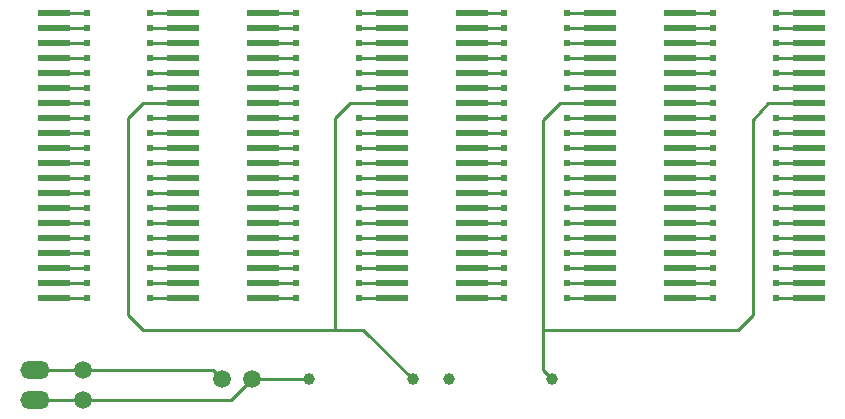
<source format=gtl>
G04 Layer: TopLayer*
G04 EasyEDA v6.5.22, 2023-01-31 16:09:17*
G04 6fe1b45eb15a465e87536e095b6672f0,ba5b2474b43344648d466766df5634d0,10*
G04 Gerber Generator version 0.2*
G04 Scale: 100 percent, Rotated: No, Reflected: No *
G04 Dimensions in millimeters *
G04 leading zeros omitted , absolute positions ,4 integer and 5 decimal *
%FSLAX45Y45*%
%MOMM*%

%AMMACRO1*4,1,4,-1.389,-0.254,-1.389,0.254,1.389,0.254,1.389,-0.254,-1.389,-0.254,0*%
%ADD10C,0.2540*%
%ADD11MACRO1*%
%ADD12O,2.4999949999999997X1.499997*%
%ADD13C,1.0000*%
%ADD14C,1.5000*%
%ADD15C,0.6096*%
%ADD16C,0.0120*%

%LPD*%
D10*
X444500Y3441700D02*
G01*
X723900Y3441700D01*
X444500Y3314700D02*
G01*
X723900Y3314700D01*
X444500Y3187700D02*
G01*
X723900Y3187700D01*
X444500Y3060700D02*
G01*
X723900Y3060700D01*
X444500Y2933700D02*
G01*
X723900Y2933700D01*
X723900Y2806700D02*
G01*
X444500Y2806700D01*
X444500Y2679700D02*
G01*
X723900Y2679700D01*
X723900Y2552700D02*
G01*
X444500Y2552700D01*
X444500Y2425700D02*
G01*
X723900Y2425700D01*
X723900Y2298700D02*
G01*
X444500Y2298700D01*
X444500Y2171700D02*
G01*
X723900Y2171700D01*
X723900Y2044700D02*
G01*
X444500Y2044700D01*
X444500Y1917700D02*
G01*
X723900Y1917700D01*
X1535074Y1917700D02*
G01*
X1257300Y1917700D01*
X1257300Y2044700D02*
G01*
X1535074Y2044700D01*
X1257300Y2171700D02*
G01*
X1535074Y2171700D01*
X1535074Y2298700D02*
G01*
X1257300Y2298700D01*
X1257300Y2425700D02*
G01*
X1535074Y2425700D01*
X1257300Y2552700D02*
G01*
X1535074Y2552700D01*
X1257300Y2806700D02*
G01*
X1535074Y2806700D01*
X1257300Y2933700D02*
G01*
X1535074Y2933700D01*
X1257300Y3060700D02*
G01*
X1535074Y3060700D01*
X1535074Y3187700D02*
G01*
X1257300Y3187700D01*
X1257300Y3314700D02*
G01*
X1535074Y3314700D01*
X1257300Y3441700D02*
G01*
X1535074Y3441700D01*
X444500Y1790700D02*
G01*
X723900Y1790700D01*
X444500Y1663700D02*
G01*
X723900Y1663700D01*
X444500Y1536700D02*
G01*
X723900Y1536700D01*
X444500Y1409700D02*
G01*
X723900Y1409700D01*
X444500Y1282700D02*
G01*
X723900Y1282700D01*
X444500Y1155700D02*
G01*
X723900Y1155700D01*
X444500Y1028700D02*
G01*
X723900Y1028700D01*
X1535074Y1028700D02*
G01*
X1257300Y1028700D01*
X1535074Y1155700D02*
G01*
X1257300Y1155700D01*
X1535074Y1282700D02*
G01*
X1257300Y1282700D01*
X1535074Y1409700D02*
G01*
X1257300Y1409700D01*
X1535074Y1536700D02*
G01*
X1257300Y1536700D01*
X1535074Y1663700D02*
G01*
X1257300Y1663700D01*
X1535074Y1790700D02*
G01*
X1257300Y1790700D01*
X2211425Y3314700D02*
G01*
X2489200Y3314700D01*
X2211425Y3187700D02*
G01*
X2489200Y3187700D01*
X2211425Y3060700D02*
G01*
X2489200Y3060700D01*
X2211425Y2933700D02*
G01*
X2489200Y2933700D01*
X2211425Y2806700D02*
G01*
X2489200Y2806700D01*
X2211425Y2679700D02*
G01*
X2489200Y2679700D01*
X2211425Y2552700D02*
G01*
X2489200Y2552700D01*
X2211425Y2425700D02*
G01*
X2489200Y2425700D01*
X2211425Y2298700D02*
G01*
X2489200Y2298700D01*
X2211425Y2171700D02*
G01*
X2489200Y2171700D01*
X3022600Y2806700D02*
G01*
X3302000Y2806700D01*
X3302000Y2933700D02*
G01*
X3022600Y2933700D01*
X3022600Y3060700D02*
G01*
X3302000Y3060700D01*
X3022600Y3187700D02*
G01*
X3302000Y3187700D01*
X3022600Y3314700D02*
G01*
X3302000Y3314700D01*
X3022600Y3441700D02*
G01*
X3302000Y3441700D01*
X3022600Y2552700D02*
G01*
X3302000Y2552700D01*
X3022600Y2425700D02*
G01*
X3302000Y2425700D01*
X3022600Y2298700D02*
G01*
X3302000Y2298700D01*
X3022600Y2171700D02*
G01*
X3302000Y2171700D01*
X3022600Y2044700D02*
G01*
X3302000Y2044700D01*
X3022600Y1917700D02*
G01*
X3302000Y1917700D01*
X3022600Y1790700D02*
G01*
X3302000Y1790700D01*
X3022600Y1663700D02*
G01*
X3302000Y1663700D01*
X3022600Y1536700D02*
G01*
X3302000Y1536700D01*
X3022600Y1409700D02*
G01*
X3302000Y1409700D01*
X3022600Y1282700D02*
G01*
X3302000Y1282700D01*
X2489200Y2044700D02*
G01*
X2211425Y2044700D01*
X2211425Y1917700D02*
G01*
X2489200Y1917700D01*
X2489200Y1790700D02*
G01*
X2211425Y1790700D01*
X2489200Y1663700D02*
G01*
X2211425Y1663700D01*
X2489200Y1536700D02*
G01*
X2211425Y1536700D01*
X2489200Y1409700D02*
G01*
X2211425Y1409700D01*
X2489200Y1282700D02*
G01*
X2211425Y1282700D01*
X2489200Y1155700D02*
G01*
X2211425Y1155700D01*
X2489200Y1028700D02*
G01*
X2211425Y1028700D01*
X3022600Y1155700D02*
G01*
X3302000Y1155700D01*
X3022600Y1028700D02*
G01*
X3302000Y1028700D01*
X3976725Y3441700D02*
G01*
X4254500Y3441700D01*
X4254500Y3314700D02*
G01*
X3976725Y3314700D01*
X3976725Y3187700D02*
G01*
X4254500Y3187700D01*
X4254500Y3060700D02*
G01*
X3976725Y3060700D01*
X4254500Y2933700D02*
G01*
X3976725Y2933700D01*
X4254500Y2806700D02*
G01*
X3976725Y2806700D01*
X4254500Y2679700D02*
G01*
X3976725Y2679700D01*
X4254500Y2552700D02*
G01*
X3976725Y2552700D01*
X4254500Y2425700D02*
G01*
X3976725Y2425700D01*
X4254500Y2298700D02*
G01*
X3976725Y2298700D01*
X4254500Y2171700D02*
G01*
X3976725Y2171700D01*
X4254500Y2044700D02*
G01*
X3976725Y2044700D01*
X4254500Y1917700D02*
G01*
X3976725Y1917700D01*
X4254500Y1790700D02*
G01*
X3976725Y1790700D01*
X4254500Y1663700D02*
G01*
X3976725Y1663700D01*
X4254500Y1536700D02*
G01*
X3976725Y1536700D01*
X4254500Y1409700D02*
G01*
X3976725Y1409700D01*
X4254500Y1282700D02*
G01*
X3976725Y1282700D01*
X4254500Y1155700D02*
G01*
X3976725Y1155700D01*
X4254500Y1028700D02*
G01*
X3976725Y1028700D01*
X5067300Y1028700D02*
G01*
X4787900Y1028700D01*
X4787900Y1155700D02*
G01*
X5067300Y1155700D01*
X4787900Y1282700D02*
G01*
X5067300Y1282700D01*
X4787900Y1409700D02*
G01*
X5067300Y1409700D01*
X4787900Y1536700D02*
G01*
X5067300Y1536700D01*
X4787900Y1663700D02*
G01*
X5067300Y1663700D01*
X4787900Y1790700D02*
G01*
X5067300Y1790700D01*
X4787900Y1917700D02*
G01*
X5067300Y1917700D01*
X4787900Y2044700D02*
G01*
X5067300Y2044700D01*
X4787900Y2171700D02*
G01*
X5067300Y2171700D01*
X4787900Y2298700D02*
G01*
X5067300Y2298700D01*
X4787900Y2425700D02*
G01*
X5067300Y2425700D01*
X4787900Y2552700D02*
G01*
X5067300Y2552700D01*
X4787900Y2806700D02*
G01*
X5067300Y2806700D01*
X4787900Y2933700D02*
G01*
X5067300Y2933700D01*
X4787900Y3060700D02*
G01*
X5067300Y3060700D01*
X4787900Y3187700D02*
G01*
X5067300Y3187700D01*
X4787900Y3314700D02*
G01*
X5067300Y3314700D01*
X4787900Y3441700D02*
G01*
X5067300Y3441700D01*
X5742025Y3441700D02*
G01*
X6019800Y3441700D01*
X6019800Y3314700D02*
G01*
X5742025Y3314700D01*
X6019800Y3187700D02*
G01*
X5742025Y3187700D01*
X6019800Y3060700D02*
G01*
X5742025Y3060700D01*
X6019800Y2933700D02*
G01*
X5742025Y2933700D01*
X6019800Y2806700D02*
G01*
X5742025Y2806700D01*
X6019800Y2679700D02*
G01*
X5742025Y2679700D01*
X6019800Y2552700D02*
G01*
X5742025Y2552700D01*
X6019800Y2425700D02*
G01*
X5742025Y2425700D01*
X6019800Y2298700D02*
G01*
X5742025Y2298700D01*
X6019800Y2171700D02*
G01*
X5742025Y2171700D01*
X6019800Y2044700D02*
G01*
X5742025Y2044700D01*
X6019800Y1917700D02*
G01*
X5742025Y1917700D01*
X6019800Y1790700D02*
G01*
X5742025Y1790700D01*
X6019800Y1663700D02*
G01*
X5742025Y1663700D01*
X6019800Y1536700D02*
G01*
X5742025Y1536700D01*
X6019800Y1409700D02*
G01*
X5742025Y1409700D01*
X6019800Y1282700D02*
G01*
X5742025Y1282700D01*
X6019800Y1155700D02*
G01*
X5742025Y1155700D01*
X6019800Y1028700D02*
G01*
X5742025Y1028700D01*
X6553200Y1028700D02*
G01*
X6832600Y1028700D01*
X6553200Y1155700D02*
G01*
X6832600Y1155700D01*
X6553200Y1282700D02*
G01*
X6832600Y1282700D01*
X6553200Y1409700D02*
G01*
X6832600Y1409700D01*
X6553200Y1536700D02*
G01*
X6832600Y1536700D01*
X6832600Y1663700D02*
G01*
X6553200Y1663700D01*
X6553200Y1790700D02*
G01*
X6832600Y1790700D01*
X6553200Y1917700D02*
G01*
X6832600Y1917700D01*
X6553200Y2044700D02*
G01*
X6832600Y2044700D01*
X6553200Y2171700D02*
G01*
X6832600Y2171700D01*
X6553200Y2298700D02*
G01*
X6832600Y2298700D01*
X6553200Y2425700D02*
G01*
X6832600Y2425700D01*
X6553200Y2552700D02*
G01*
X6832600Y2552700D01*
X6553200Y2806700D02*
G01*
X6832600Y2806700D01*
X6553200Y2933700D02*
G01*
X6832600Y2933700D01*
X6553200Y3060700D02*
G01*
X6832600Y3060700D01*
X6553200Y3187700D02*
G01*
X6832600Y3187700D01*
X6553200Y3314700D02*
G01*
X6832600Y3314700D01*
X6553200Y3441700D02*
G01*
X6832600Y3441700D01*
X2489200Y3441700D02*
G01*
X2211425Y3441700D01*
X5067300Y2679700D02*
G01*
X4724400Y2679700D01*
X4584700Y2540000D01*
X4584700Y762000D01*
X6235700Y762000D01*
X6362700Y889000D01*
X6362700Y2540000D01*
X6489700Y2679700D01*
X6832600Y2679700D01*
X4584700Y762000D02*
G01*
X4584700Y419100D01*
X4660900Y342900D01*
X2603500Y342900D02*
G01*
X2120900Y342900D01*
X685800Y419100D02*
G01*
X1790700Y419100D01*
X1866900Y342900D01*
X685800Y165100D02*
G01*
X1943100Y165100D01*
X2120900Y342900D01*
X685800Y165100D02*
G01*
X279400Y165100D01*
X685800Y419100D02*
G01*
X279400Y419100D01*
X3302000Y2679700D02*
G01*
X2946400Y2679700D01*
X2819400Y2552700D01*
X2819400Y762000D01*
X1193800Y762000D01*
X1066800Y889000D01*
X1066800Y2552700D01*
X1193800Y2679700D01*
X1535074Y2679700D01*
X3479800Y342900D02*
G01*
X3060700Y762000D01*
X2819400Y762000D01*
D11*
G01*
X1535087Y2679700D03*
G01*
X3302012Y2679700D03*
G01*
X5067312Y2679700D03*
G01*
X6832612Y2679700D03*
G01*
X444487Y3441700D03*
G01*
X444487Y3314700D03*
G01*
X444487Y3187700D03*
G01*
X444487Y3060700D03*
G01*
X444487Y2933700D03*
G01*
X444487Y2806700D03*
G01*
X444487Y2679700D03*
G01*
X444487Y2552700D03*
G01*
X444487Y2425700D03*
G01*
X444487Y2298700D03*
G01*
X444487Y2171700D03*
G01*
X444487Y2044700D03*
G01*
X444487Y1917700D03*
G01*
X444487Y1790700D03*
G01*
X444487Y1663700D03*
G01*
X444487Y1536700D03*
G01*
X444487Y1409700D03*
G01*
X444487Y1282700D03*
G01*
X444487Y1155700D03*
G01*
X444487Y1028700D03*
G01*
X1535087Y3441700D03*
G01*
X1535087Y3314700D03*
G01*
X1535087Y3187700D03*
G01*
X1535087Y3060700D03*
G01*
X1535087Y2933700D03*
G01*
X1535087Y2806700D03*
G01*
X1535087Y2552700D03*
G01*
X1535087Y2425700D03*
G01*
X1535087Y2298700D03*
G01*
X1535087Y2171700D03*
G01*
X1535087Y2044700D03*
G01*
X1535087Y1917700D03*
G01*
X1535087Y1790700D03*
G01*
X1535087Y1663700D03*
G01*
X1535087Y1536700D03*
G01*
X1535087Y1409700D03*
G01*
X1535087Y1282700D03*
G01*
X1535087Y1155700D03*
G01*
X1535087Y1028700D03*
G01*
X2211412Y3441700D03*
G01*
X2211412Y3441700D03*
G01*
X2211412Y3314700D03*
G01*
X2211412Y3187700D03*
G01*
X2211412Y3060700D03*
G01*
X2211412Y1028700D03*
G01*
X2211412Y1155700D03*
G01*
X2211412Y1282700D03*
G01*
X2211412Y1409700D03*
G01*
X2211412Y1536700D03*
G01*
X2211412Y1663700D03*
G01*
X2211412Y1790700D03*
G01*
X2211412Y1917700D03*
G01*
X2211412Y2044700D03*
G01*
X2211412Y2171700D03*
G01*
X2211412Y2298700D03*
G01*
X2211412Y2425700D03*
G01*
X2211412Y2552700D03*
G01*
X2211412Y2679700D03*
G01*
X2211412Y2806700D03*
G01*
X2211412Y2933700D03*
G01*
X3302012Y3441700D03*
G01*
X3302012Y3314700D03*
G01*
X3302012Y3187700D03*
G01*
X3302012Y3060700D03*
G01*
X3302012Y2933700D03*
G01*
X3302012Y2806700D03*
G01*
X3302012Y2552700D03*
G01*
X3302012Y2425700D03*
G01*
X3302012Y2298700D03*
G01*
X3302012Y2171700D03*
G01*
X3302012Y2044700D03*
G01*
X3302012Y1917700D03*
G01*
X3302012Y1790700D03*
G01*
X3302012Y1663700D03*
G01*
X3302012Y1536700D03*
G01*
X3302012Y1409700D03*
G01*
X3302012Y1282700D03*
G01*
X3302012Y1155700D03*
G01*
X3302012Y1028700D03*
G01*
X3976712Y3441700D03*
G01*
X3976712Y3314700D03*
G01*
X3976712Y3187700D03*
G01*
X3976712Y3060700D03*
G01*
X3976712Y2933700D03*
G01*
X3976712Y2806700D03*
G01*
X3976712Y2679700D03*
G01*
X3976712Y2552700D03*
G01*
X3976712Y2425700D03*
G01*
X3976712Y2298700D03*
G01*
X3976712Y2171700D03*
G01*
X3976712Y2044700D03*
G01*
X3976712Y1917700D03*
G01*
X3976712Y1790700D03*
G01*
X3976712Y1663700D03*
G01*
X3976712Y1536700D03*
G01*
X3976712Y1409700D03*
G01*
X3976712Y1282700D03*
G01*
X3976712Y1155700D03*
G01*
X3976712Y1028700D03*
G01*
X5067312Y3441700D03*
G01*
X5067312Y3314700D03*
G01*
X5067312Y3187700D03*
G01*
X5067312Y3060700D03*
G01*
X5067312Y2933700D03*
G01*
X5067312Y2806700D03*
G01*
X5067312Y2552700D03*
G01*
X5067312Y2425700D03*
G01*
X5067312Y2298700D03*
G01*
X5067312Y2171700D03*
G01*
X5067312Y2044700D03*
G01*
X5067312Y1917700D03*
G01*
X5067312Y1790700D03*
G01*
X5067312Y1663700D03*
G01*
X5067312Y1536700D03*
G01*
X5067312Y1409700D03*
G01*
X5067312Y1282700D03*
G01*
X5067312Y1155700D03*
G01*
X5067312Y1028700D03*
G01*
X5742012Y1028700D03*
G01*
X5742012Y1155700D03*
G01*
X5742012Y1282700D03*
G01*
X5742012Y1409700D03*
G01*
X5742012Y1536700D03*
G01*
X5742012Y1663700D03*
G01*
X5742012Y1790700D03*
G01*
X5742012Y1917700D03*
G01*
X5742012Y2044700D03*
G01*
X5742012Y2171700D03*
G01*
X5742012Y2298700D03*
G01*
X5742012Y2425700D03*
G01*
X5742012Y2552700D03*
G01*
X5742012Y2679700D03*
G01*
X5742012Y2806700D03*
G01*
X5742012Y2933700D03*
G01*
X5742012Y3060700D03*
G01*
X5742012Y3187700D03*
G01*
X5742012Y3314700D03*
G01*
X5742012Y3441700D03*
G01*
X6832612Y3441700D03*
G01*
X6832612Y3314700D03*
G01*
X6832612Y3187700D03*
G01*
X6832612Y3060700D03*
G01*
X6832612Y2933700D03*
G01*
X6832612Y2806700D03*
G01*
X6832612Y2552700D03*
G01*
X6832612Y2425700D03*
G01*
X6832612Y2298700D03*
G01*
X6832612Y2171700D03*
G01*
X6832612Y2044700D03*
G01*
X6832612Y1917700D03*
G01*
X6832612Y1790700D03*
G01*
X6832612Y1663700D03*
G01*
X6832612Y1536700D03*
G01*
X6832612Y1409700D03*
G01*
X6832612Y1282700D03*
G01*
X6832612Y1155700D03*
G01*
X6832612Y1028700D03*
D12*
G01*
X279400Y419100D03*
G01*
X279400Y165100D03*
D13*
G01*
X3479800Y342900D03*
G01*
X2603500Y342900D03*
G01*
X3784600Y342900D03*
G01*
X4660900Y342900D03*
D14*
G01*
X2120900Y342900D03*
G01*
X1866900Y342900D03*
G01*
X685800Y165100D03*
G01*
X685800Y419100D03*
D15*
G01*
X723900Y3441700D03*
G01*
X723900Y3314700D03*
G01*
X723900Y3187700D03*
G01*
X723900Y3060700D03*
G01*
X723900Y2933700D03*
G01*
X723900Y2806700D03*
G01*
X723900Y2679700D03*
G01*
X723900Y2552700D03*
G01*
X723900Y2425700D03*
G01*
X723900Y2298700D03*
G01*
X723900Y2171700D03*
G01*
X723900Y2044700D03*
G01*
X723900Y1917700D03*
G01*
X723900Y1790700D03*
G01*
X723900Y1663700D03*
G01*
X723900Y1536700D03*
G01*
X723900Y1409700D03*
G01*
X723900Y1282700D03*
G01*
X723900Y1155700D03*
G01*
X723900Y1028700D03*
G01*
X1257300Y1028700D03*
G01*
X1257300Y1155700D03*
G01*
X1257300Y1282700D03*
G01*
X1257300Y1409700D03*
G01*
X1257300Y1536700D03*
G01*
X1257300Y1663700D03*
G01*
X1257300Y1790700D03*
G01*
X1257300Y1917700D03*
G01*
X1257300Y2044700D03*
G01*
X1257300Y2171700D03*
G01*
X1257300Y2298700D03*
G01*
X1257300Y2425700D03*
G01*
X1257300Y2552700D03*
G01*
X1257300Y2806700D03*
G01*
X1257300Y2933700D03*
G01*
X1257300Y3060700D03*
G01*
X1257300Y3187700D03*
G01*
X1257300Y3314700D03*
G01*
X1257300Y3441700D03*
G01*
X3022600Y3441700D03*
G01*
X3022600Y3314700D03*
G01*
X3022600Y3187700D03*
G01*
X3022600Y3060700D03*
G01*
X3022600Y2933700D03*
G01*
X3022600Y2806700D03*
G01*
X3022600Y2552700D03*
G01*
X3022600Y2425700D03*
G01*
X3022600Y2298700D03*
G01*
X3022600Y2171700D03*
G01*
X3022600Y2044700D03*
G01*
X3022600Y1917700D03*
G01*
X3022600Y1790700D03*
G01*
X3022600Y1663700D03*
G01*
X3022600Y1536700D03*
G01*
X3022600Y1409700D03*
G01*
X3022600Y1282700D03*
G01*
X3022600Y1155700D03*
G01*
X3022600Y1028700D03*
G01*
X2489200Y1028700D03*
G01*
X2489200Y1155700D03*
G01*
X2489200Y1282700D03*
G01*
X2489200Y1409700D03*
G01*
X2489200Y1536700D03*
G01*
X2489200Y1663700D03*
G01*
X2489200Y1790700D03*
G01*
X2489200Y1917700D03*
G01*
X2489200Y2044700D03*
G01*
X2489200Y2171700D03*
G01*
X2489200Y2298700D03*
G01*
X2489200Y2425700D03*
G01*
X2489200Y2552700D03*
G01*
X2489200Y2679700D03*
G01*
X2489200Y2806700D03*
G01*
X2489200Y2933700D03*
G01*
X2489200Y3060700D03*
G01*
X2489200Y3187700D03*
G01*
X2489200Y3314700D03*
G01*
X2489200Y3441700D03*
G01*
X4254500Y3441700D03*
G01*
X4254500Y3314700D03*
G01*
X4254500Y3187700D03*
G01*
X4254500Y3060700D03*
G01*
X4254500Y2933700D03*
G01*
X4254500Y2806700D03*
G01*
X4254500Y2679700D03*
G01*
X4254500Y2552700D03*
G01*
X4254500Y2425700D03*
G01*
X4254500Y2298700D03*
G01*
X4254500Y2171700D03*
G01*
X4254500Y2044700D03*
G01*
X4254500Y1917700D03*
G01*
X4254500Y1790700D03*
G01*
X4254500Y1663700D03*
G01*
X4254500Y1536700D03*
G01*
X4254500Y1409700D03*
G01*
X4254500Y1282700D03*
G01*
X4254500Y1155700D03*
G01*
X4254500Y1028700D03*
G01*
X4787900Y1028700D03*
G01*
X4787900Y1155700D03*
G01*
X4787900Y1282700D03*
G01*
X4787900Y1409700D03*
G01*
X4787900Y1536700D03*
G01*
X4787900Y1663700D03*
G01*
X4787900Y1790700D03*
G01*
X4787900Y1917700D03*
G01*
X4787900Y2044700D03*
G01*
X4787900Y2171700D03*
G01*
X4787900Y2298700D03*
G01*
X4787900Y2425700D03*
G01*
X4787900Y2552700D03*
G01*
X4787900Y2806700D03*
G01*
X4787900Y2933700D03*
G01*
X4787900Y3060700D03*
G01*
X4787900Y3187700D03*
G01*
X4787900Y3314700D03*
G01*
X4787900Y3441700D03*
G01*
X6019800Y3441700D03*
G01*
X6019800Y3314700D03*
G01*
X6019800Y3187700D03*
G01*
X6019800Y3060700D03*
G01*
X6019800Y2933700D03*
G01*
X6019800Y2806700D03*
G01*
X6019800Y2679700D03*
G01*
X6019800Y2552700D03*
G01*
X6019800Y2425700D03*
G01*
X6019800Y2298700D03*
G01*
X6019800Y2171700D03*
G01*
X6019800Y2044700D03*
G01*
X6019800Y1917700D03*
G01*
X6019800Y1790700D03*
G01*
X6019800Y1663700D03*
G01*
X6019800Y1536700D03*
G01*
X6019800Y1409700D03*
G01*
X6019800Y1282700D03*
G01*
X6019800Y1155700D03*
G01*
X6019800Y1028700D03*
G01*
X6553200Y1028700D03*
G01*
X6553200Y1155700D03*
G01*
X6553200Y1282700D03*
G01*
X6553200Y1409700D03*
G01*
X6553200Y1536700D03*
G01*
X6553200Y1663700D03*
G01*
X6553200Y1790700D03*
G01*
X6553200Y1917700D03*
G01*
X6553200Y2044700D03*
G01*
X6553200Y2171700D03*
G01*
X6553200Y2298700D03*
G01*
X6553200Y2425700D03*
G01*
X6553200Y2552700D03*
G01*
X6553200Y2806700D03*
G01*
X6553200Y2933700D03*
G01*
X6553200Y3060700D03*
G01*
X6553200Y3187700D03*
G01*
X6553200Y3314700D03*
G01*
X6553200Y3441700D03*
M02*

</source>
